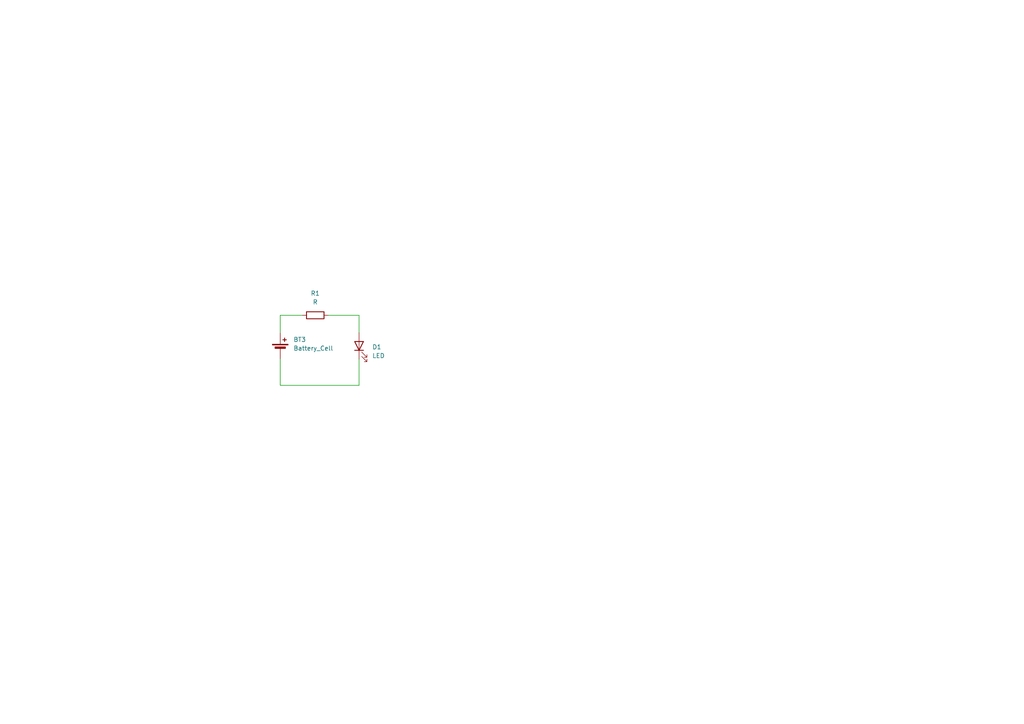
<source format=kicad_sch>
(kicad_sch (version 20231120) (generator "eeschema") (generator_version "8.0")
  (paper "A4")
  (lib_symbols
    (symbol "Device:Battery_Cell" (pin_numbers hide) (pin_names (offset 0) hide)
      (property "Reference" "BT" (at 2.54 2.54 0))
      (property "Value" "Battery_Cell" (at 2.54 0 0))
      (symbol "Battery_Cell_0_1"
        (rectangle (start -2.286 1.778) (end 2.286 1.524) (fill (type outline)))
        (rectangle (start -1.524 1.016) (end 1.524 0.508) (fill (type outline)))
        (polyline (pts (xy 0 0.762) (xy 0 0)))
        (polyline (pts (xy 0 1.778) (xy 0 2.54)))
        (polyline (pts (xy 0.762 3.048) (xy 1.778 3.048)) (stroke (width 0.254)))
        (polyline (pts (xy 1.27 3.556) (xy 1.27 2.54)) (stroke (width 0.254)))
      )
      (symbol "Battery_Cell_1_1"
        (pin passive line (at 0 5.08 270) (length 2.54) (name "+") (number "1"))
        (pin passive line (at 0 -2.54 90) (length 2.54) (name "-") (number "2"))
      )
    )
    (symbol "Device:LED" (pin_numbers hide) (pin_names (offset 1.016) hide)
      (property "Reference" "D" (at 0 2.54 0))
      (property "Value" "LED" (at 0 -2.54 0))
      (symbol "LED_0_1"
        (polyline (pts (xy -1.27 -1.27) (xy -1.27 1.27)) (stroke (width 0.254)))
        (polyline (pts (xy -1.27 0) (xy 1.27 0)))
        (polyline (pts (xy 1.27 -1.27) (xy 1.27 1.27) (xy -1.27 0) (xy 1.27 -1.27)) (stroke (width 0.254)))
        (polyline (pts (xy -3.048 -0.762) (xy -4.572 -2.286) (xy -3.81 -2.286) (xy -4.572 -2.286) (xy -4.572 -1.524)))
        (polyline (pts (xy -1.778 -0.762) (xy -3.302 -2.286) (xy -2.54 -2.286) (xy -3.302 -2.286) (xy -3.302 -1.524)))
      )
      (symbol "LED_1_1"
        (pin passive line (at -3.81 0 0) (length 2.54) (name "K") (number "1"))
        (pin passive line (at 3.81 0 180) (length 2.54) (name "A") (number "2"))
      )
    )
    (symbol "Device:R" (pin_numbers hide) (pin_names (offset 0))
      (property "Reference" "R" (at 2.032 0 90))
      (property "Value" "R" (at 0 0 90))
      (symbol "R_0_1"
        (rectangle (start -1.016 -2.54) (end 1.016 2.54) (stroke (width 0.254)))
      )
      (symbol "R_1_1"
        (pin passive line (at 0 3.81 270) (length 1.27) (name "~") (number "1"))
        (pin passive line (at 0 -3.81 90) (length 1.27) (name "~") (number "2"))
      )
    )
  )
  (wire (pts (xy 81.28 91.44) (xy 87.63 91.44)))
  (wire (pts (xy 104.14 111.76) (xy 81.28 111.76)))
  (wire (pts (xy 95.25 91.44) (xy 104.14 91.44)))
  (wire (pts (xy 81.28 96.52) (xy 81.28 91.44)))
  (wire (pts (xy 104.14 104.14) (xy 104.14 111.76)))
  (wire (pts (xy 81.28 111.76) (xy 81.28 104.14)))
  (wire (pts (xy 104.14 91.44) (xy 104.14 96.52)))
  (symbol (lib_id "Device:Battery_Cell") (at -10160 1266.19 0) (unit 1)
    (property "Reference" "BT2" (at -10154.92 1263.0784 0) (effects (justify left)))
    (property "Value" "Battery_Cell" (at -10154.92 1265.6184 0) (effects (justify left)))
    (property "Description" "Single-cell battery" (effects (hide yes)))
  )
  (symbol (lib_id "Device:Battery_Cell") (at 81.28 101.6 0) (unit 1)
    (property "Reference" "BT3" (at 85.09 98.4884 0) (effects (justify left)))
    (property "Value" "Battery_Cell" (at 85.09 101.0284 0) (effects (justify left)))
    (property "Footprint" "FS_3_Global_Footprint_Library:MS621FE-FL11E_SEC" (effects (hide yes)))
    (property "Description" "Single-cell battery" (effects (hide yes)))
  )
  (symbol (lib_id "Device:R") (at 91.44 91.44 90) (unit 1)
    (property "Reference" "R1" (at 91.44 85.09 90))
    (property "Value" "R" (at 91.44 87.63 90))
    (property "Footprint" "Resistor_SMD:R_0805_2012Metric_Pad1.20x1.40mm_HandSolder" (effects (hide yes)))
    (property "Description" "Resistor" (effects (hide yes)))
  )
  (symbol (lib_id "Device:LED") (at 104.14 100.33 90) (unit 1)
    (property "Reference" "D1" (at 107.95 100.6474 90) (effects (justify right)))
    (property "Value" "LED" (at 107.95 103.1874 90) (effects (justify right)))
    (property "Footprint" "LED_SMD:LED_0805_2012Metric_Pad1.15x1.40mm_HandSolder" (effects (hide yes)))
    (property "Description" "Light emitting diode" (effects (hide yes)))
  )
  (symbol (lib_id "Device:Battery_Cell") (at -11788.14 -1230.63 0) (unit 1)
    (property "Reference" "BT1" (at -11783.06 -1233.7416 0) (effects (justify left)))
    (property "Value" "Battery_Cell" (at -11783.06 -1231.2016 0) (effects (justify left)))
    (property "Description" "Single-cell battery" (effects (hide yes)))
  )
)
</source>
